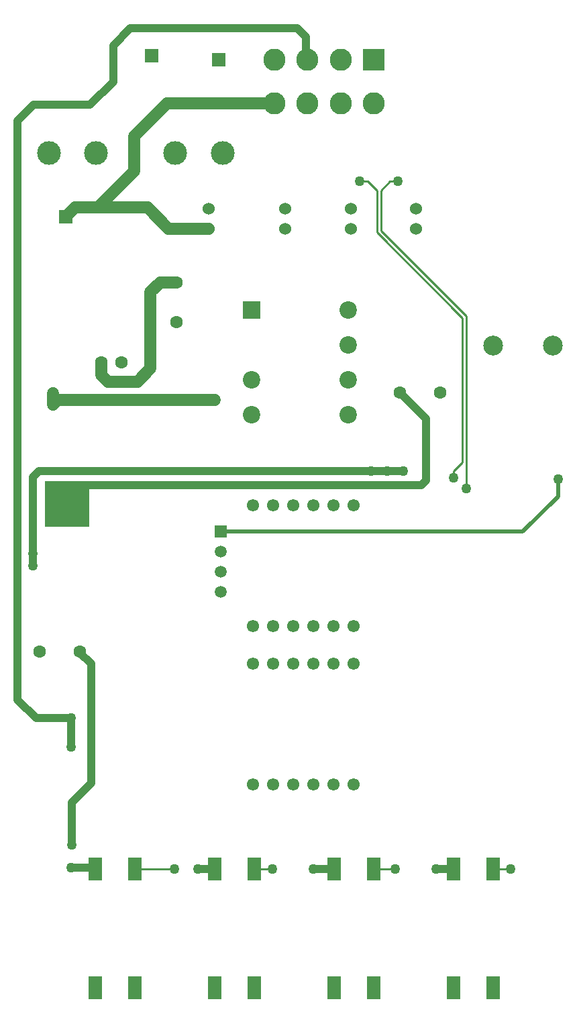
<source format=gbl>
G04*
G04 #@! TF.GenerationSoftware,Altium Limited,Altium Designer,20.2.6 (244)*
G04*
G04 Layer_Physical_Order=2*
G04 Layer_Color=16711680*
%FSLAX25Y25*%
%MOIN*%
G70*
G04*
G04 #@! TF.SameCoordinates,9385ED74-4294-42B6-9646-82B243174D78*
G04*
G04*
G04 #@! TF.FilePolarity,Positive*
G04*
G01*
G75*
%ADD10C,0.01000*%
%ADD19C,0.01968*%
%ADD74C,0.03937*%
%ADD75C,0.05906*%
%ADD77C,0.06299*%
%ADD78C,0.06000*%
%ADD79R,0.06693X0.06693*%
%ADD80C,0.11811*%
%ADD81C,0.08661*%
%ADD82R,0.08661X0.08661*%
%ADD83C,0.09843*%
%ADD84C,0.05906*%
%ADD85R,0.05906X0.05906*%
%ADD86C,0.06102*%
%ADD87C,0.11024*%
%ADD88R,0.11024X0.11024*%
%ADD89C,0.05000*%
%ADD90R,0.06693X0.11811*%
G36*
X19500Y289500D02*
Y267000D01*
X41500D01*
Y289500D01*
X19500D01*
D02*
G37*
D10*
X64367Y97000D02*
X84000D01*
X64342Y97025D02*
X64367Y97000D01*
X229000Y286000D02*
Y371500D01*
X222500Y291500D02*
Y294500D01*
X227000Y299000D02*
Y370672D01*
X222500Y294500D02*
X227000Y299000D01*
X184500Y413172D02*
X227000Y370672D01*
X186500Y414000D02*
X229000Y371500D01*
X184500Y413172D02*
Y434000D01*
X186500Y414000D02*
Y434000D01*
X180000Y438500D02*
X184500Y434000D01*
X191000Y438500D02*
X195000D01*
X186500Y434000D02*
X191000Y438500D01*
X176000D02*
X180000D01*
X183009Y97025D02*
X193475D01*
X242367Y97000D02*
X251000D01*
X242342Y97025D02*
X242367Y97000D01*
X123675Y97025D02*
X132525D01*
D19*
X274500Y282000D02*
Y290500D01*
X257000Y264500D02*
X274500Y282000D01*
X107000Y264500D02*
X257000D01*
D74*
X6000Y468500D02*
X14000Y476500D01*
X42000D02*
X53500Y488000D01*
X14000Y476500D02*
X42000D01*
X6000Y181000D02*
Y468500D01*
X30500Y272000D02*
Y278500D01*
Y285000D01*
X13500Y248500D02*
Y291500D01*
X16500Y294500D01*
X189500D01*
X53500Y488000D02*
Y506000D01*
X32612Y97788D02*
X43895D01*
X44658Y97025D01*
X214025D02*
X222658D01*
X153025D02*
X163325D01*
X95525D02*
X103991D01*
X6000Y181000D02*
X15095Y171905D01*
X32483D01*
X32492Y171896D01*
X149083Y499845D02*
X149927Y499001D01*
X149083Y499845D02*
Y510417D01*
X145000Y514500D02*
X149083Y510417D01*
X62000Y514500D02*
X145000D01*
X53500Y506000D02*
X62000Y514500D01*
X30500Y269000D02*
Y272000D01*
Y285000D02*
X30788D01*
X32492Y157508D02*
X32500Y157500D01*
X32492Y157508D02*
Y171896D01*
X33000Y109000D02*
Y130000D01*
X42500Y139500D02*
Y198861D01*
X33000Y130000D02*
X42500Y139500D01*
X37000Y204361D02*
Y205000D01*
Y204361D02*
X42500Y198861D01*
X30788Y285000D02*
X33288Y287500D01*
X206694D01*
X209000Y289806D01*
Y320500D01*
X189500Y294500D02*
X197500D01*
X196000Y333500D02*
X209000Y320500D01*
D75*
X46000Y425500D02*
X70500D01*
X46000D02*
X64000Y443500D01*
X34500Y425500D02*
X46000D01*
X30000Y421000D02*
X34500Y425500D01*
X133392Y477347D02*
X133393Y477348D01*
X80347Y477347D02*
X133392D01*
X64000Y461000D02*
X80347Y477347D01*
X64000Y443500D02*
Y461000D01*
X81000Y415000D02*
X101000D01*
X70500Y425500D02*
X81000Y415000D01*
X84925Y388267D02*
X85000Y388342D01*
X76767Y388267D02*
X84925D01*
X72000Y383500D02*
X76767Y388267D01*
X72000Y345500D02*
Y383500D01*
X65425Y338925D02*
X72000Y345500D01*
X51035Y338925D02*
X65425D01*
X47575Y342384D02*
Y348425D01*
Y342384D02*
X51035Y338925D01*
X47500Y348500D02*
X47575Y348425D01*
X47500Y348606D02*
X47575Y348682D01*
X25850Y330000D02*
X97000D01*
X23500Y327650D02*
Y333150D01*
Y327650D02*
X25850Y330000D01*
X97000D02*
X104000D01*
D77*
X37000Y205000D02*
D03*
X17000D02*
D03*
X196000Y333500D02*
D03*
X216000D02*
D03*
X85000Y388342D02*
D03*
X47500Y348500D02*
D03*
X57500D02*
D03*
X85000Y368657D02*
D03*
D78*
X204000Y415000D02*
D03*
Y425000D02*
D03*
X171500Y415000D02*
D03*
Y425000D02*
D03*
X139000Y415000D02*
D03*
Y425000D02*
D03*
X101000D02*
D03*
Y415000D02*
D03*
D79*
X106000Y499000D02*
D03*
X30000Y421000D02*
D03*
X72500Y501000D02*
D03*
D80*
X84370Y452500D02*
D03*
X45000D02*
D03*
X21378D02*
D03*
X107992D02*
D03*
D81*
X170282Y339854D02*
D03*
Y357201D02*
D03*
Y374499D02*
D03*
X170282Y322532D02*
D03*
X122251Y322531D02*
D03*
Y339854D02*
D03*
D82*
Y374499D02*
D03*
D83*
X272000Y357000D02*
D03*
X242079D02*
D03*
D84*
X107000Y234500D02*
D03*
Y244500D02*
D03*
Y254500D02*
D03*
D85*
Y264500D02*
D03*
D86*
X143000Y139000D02*
D03*
X133000D02*
D03*
X153000D02*
D03*
X163000D02*
D03*
X173000D02*
D03*
X123000D02*
D03*
X173000Y199000D02*
D03*
X123000D02*
D03*
X163000D02*
D03*
X133000D02*
D03*
X143000D02*
D03*
X153000D02*
D03*
X143000Y217500D02*
D03*
X133000D02*
D03*
X153000D02*
D03*
X163000D02*
D03*
X173000D02*
D03*
X123000D02*
D03*
X173000Y277500D02*
D03*
X123000D02*
D03*
X163000D02*
D03*
X133000D02*
D03*
X143000D02*
D03*
X153000D02*
D03*
D87*
X166464Y499000D02*
D03*
Y477347D02*
D03*
X182999D02*
D03*
X149928Y499000D02*
D03*
Y477347D02*
D03*
X133393Y499000D02*
D03*
Y477347D02*
D03*
D88*
X183000Y499000D02*
D03*
D89*
X35000Y285000D02*
D03*
Y278500D02*
D03*
Y272000D02*
D03*
X25500Y278500D02*
D03*
X274500Y290500D02*
D03*
X84000Y97000D02*
D03*
X229000Y286000D02*
D03*
X222453Y291453D02*
D03*
X132525Y97025D02*
D03*
X193475D02*
D03*
X251000Y97000D02*
D03*
X32612Y97788D02*
D03*
X214025Y97025D02*
D03*
X153025D02*
D03*
X95525D02*
D03*
X13500Y253500D02*
D03*
X25500Y272000D02*
D03*
Y285000D02*
D03*
X33000Y109000D02*
D03*
X32500Y157500D02*
D03*
X32483Y171905D02*
D03*
X195000Y438500D02*
D03*
X176000D02*
D03*
X13500Y247500D02*
D03*
X197500Y294500D02*
D03*
X181500D02*
D03*
X189500D02*
D03*
X23500Y327650D02*
D03*
Y333150D02*
D03*
X104000Y330000D02*
D03*
X97000D02*
D03*
D90*
X123675Y37975D02*
D03*
Y97025D02*
D03*
X103991Y37975D02*
D03*
Y97025D02*
D03*
X222658D02*
D03*
Y37975D02*
D03*
X242342Y97025D02*
D03*
Y37975D02*
D03*
X163325Y97025D02*
D03*
Y37975D02*
D03*
X183009Y97025D02*
D03*
Y37975D02*
D03*
X44658Y97025D02*
D03*
Y37975D02*
D03*
X64342Y97025D02*
D03*
Y37975D02*
D03*
M02*

</source>
